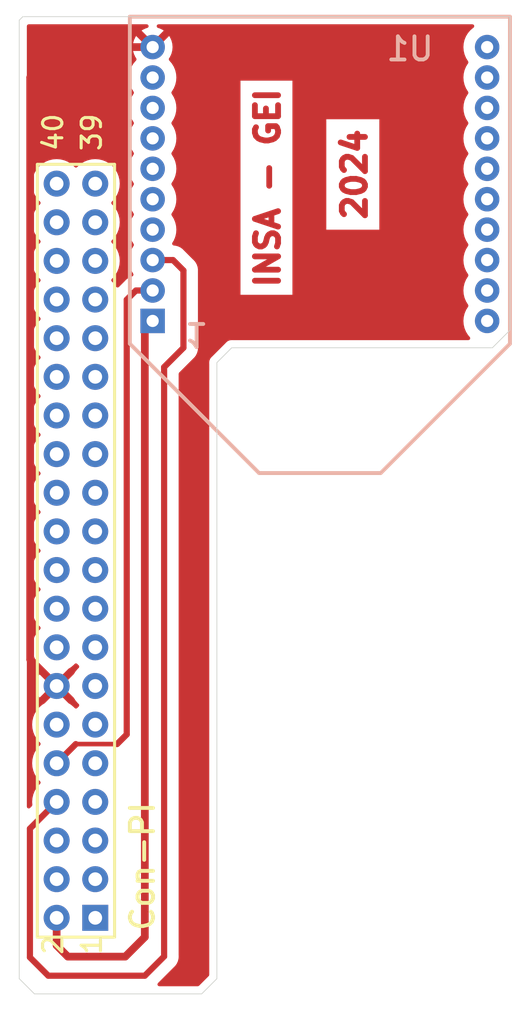
<source format=kicad_pcb>
(kicad_pcb (version 20221018) (generator pcbnew)
  (layers (0 "F.Cu" signal "Top Layer") (31 "B.Cu" signal "Bottom Layer") (34 "B.Paste" user "Bottom Paste") (35 "F.Paste" user "Top Paste") (36 "B.SilkS" user "Bottom Overlay") (37 "F.SilkS" user "Top Overlay") (38 "B.Mask" user "Bottom Solder") (39 "F.Mask" user "Top Solder") (44 "Edge.Cuts" user))
  (net 0 "")
  (net 1 "VCC")
  (net 2 "TXD0")
  (net 3 "RXD0")
  (net 4 "GND")
  (footprint "Miscellaneous Connectors.IntLib:HDR2X20" (layer "F.Cu") (at 137.3636 132.1211 90)
    (fp_text reference "Con-PI" (at -1 4 90 unlocked) (layer "F.SilkS") (effects (font (size 1.524 1.524) (thickness 0.254)) (justify left bottom)))
    (fp_text value "Header 20X2" hide)
    (fp_text user "1" (at -2.54 0.508 90 unlocked) (layer "F.SilkS") (effects (font (size 1.27 1.27) (thickness 0.2032)) (justify left bottom)))
    (fp_text user "39" (at 50.292 0.508 90 unlocked) (layer "F.SilkS") (effects (font (size 1.27 1.27) (thickness 0.2032)) (justify left bottom)))
    (fp_text user "2" (at -2.54 -2.032 90 unlocked) (layer "F.SilkS") (effects (font (size 1.27 1.27) (thickness 0.2032)) (justify left bottom)))
    (fp_text user "40" (at 50.292 -2.032 90 unlocked) (layer "F.SilkS") (effects (font (size 1.27 1.27) (thickness 0.2032)) (justify left bottom)))
    (fp_line (start -1.27 -3.81) (end -1.27 1.27) (stroke (width 0.2)) (layer "F.SilkS"))
    (fp_line (start -1.27 -3.81) (end 49.53 -3.81) (stroke (width 0.2)) (layer "F.SilkS"))
    (fp_line (start -1.27 1.27) (end 49.53 1.27) (stroke (width 0.2)) (layer "F.SilkS"))
    (fp_line (start 49.53 -3.81) (end 49.53 1.27) (stroke (width 0.2)) (layer "F.SilkS"))
    (pad "1" thru_hole rect (at 0 0 90) (size 1.71 1.71) (drill 0.9) (layers "*.Cu" "*.Mask"))
    (pad "2" thru_hole circle (at 0 -2.54 90) (size 1.71 1.71) (drill 0.9) (layers "*.Cu" "*.Mask") (net 1 "VCC"))
    (pad "3" thru_hole circle (at 2.54 0 90) (size 1.71 1.71) (drill 0.9) (layers "*.Cu" "*.Mask"))
    (pad "4" thru_hole circle (at 2.54 -2.54 90) (size 1.71 1.71) (drill 0.9) (layers "*.Cu" "*.Mask"))
    (pad "5" thru_hole circle (at 5.08 0 90) (size 1.71 1.71) (drill 0.9) (layers "*.Cu" "*.Mask"))
    (pad "6" thru_hole circle (at 5.08 -2.54 90) (size 1.71 1.71) (drill 0.9) (layers "*.Cu" "*.Mask"))
    (pad "7" thru_hole circle (at 7.62 0 90) (size 1.71 1.71) (drill 0.9) (layers "*.Cu" "*.Mask"))
    (pad "8" thru_hole circle (at 7.62 -2.54 90) (size 1.71 1.71) (drill 0.9) (layers "*.Cu" "*.Mask") (net 2 "TXD0"))
    (pad "9" thru_hole circle (at 10.16 0 90) (size 1.71 1.71) (drill 0.9) (layers "*.Cu" "*.Mask"))
    (pad "10" thru_hole circle (at 10.16 -2.54 90) (size 1.71 1.71) (drill 0.9) (layers "*.Cu" "*.Mask") (net 3 "RXD0"))
    (pad "11" thru_hole circle (at 12.7 0 90) (size 1.71 1.71) (drill 0.9) (layers "*.Cu" "*.Mask"))
    (pad "12" thru_hole circle (at 12.7 -2.54 90) (size 1.71 1.71) (drill 0.9) (layers "*.Cu" "*.Mask"))
    (pad "13" thru_hole circle (at 15.24 0 90) (size 1.71 1.71) (drill 0.9) (layers "*.Cu" "*.Mask"))
    (pad "14" thru_hole circle (at 15.24 -2.54 90) (size 1.71 1.71) (drill 0.9) (layers "*.Cu" "*.Mask") (net 4 "GND"))
    (pad "15" thru_hole circle (at 17.78 0 90) (size 1.71 1.71) (drill 0.9) (layers "*.Cu" "*.Mask"))
    (pad "16" thru_hole circle (at 17.78 -2.54 90) (size 1.71 1.71) (drill 0.9) (layers "*.Cu" "*.Mask"))
    (pad "17" thru_hole circle (at 20.32 0 90) (size 1.71 1.71) (drill 0.9) (layers "*.Cu" "*.Mask"))
    (pad "18" thru_hole circle (at 20.32 -2.54 90) (size 1.71 1.71) (drill 0.9) (layers "*.Cu" "*.Mask"))
    (pad "19" thru_hole circle (at 22.86 0 90) (size 1.71 1.71) (drill 0.9) (layers "*.Cu" "*.Mask"))
    (pad "20" thru_hole circle (at 22.86 -2.54 90) (size 1.71 1.71) (drill 0.9) (layers "*.Cu" "*.Mask"))
    (pad "21" thru_hole circle (at 25.4 0 90) (size 1.71 1.71) (drill 0.9) (layers "*.Cu" "*.Mask"))
    (pad "22" thru_hole circle (at 25.4 -2.54 90) (size 1.71 1.71) (drill 0.9) (layers "*.Cu" "*.Mask"))
    (pad "23" thru_hole circle (at 27.94 0 90) (size 1.71 1.71) (drill 0.9) (layers "*.Cu" "*.Mask"))
    (pad "24" thru_hole circle (at 27.94 -2.54 90) (size 1.71 1.71) (drill 0.9) (layers "*.Cu" "*.Mask"))
    (pad "25" thru_hole circle (at 30.48 0 90) (size 1.71 1.71) (drill 0.9) (layers "*.Cu" "*.Mask"))
    (pad "26" thru_hole circle (at 30.48 -2.54 90) (size 1.71 1.71) (drill 0.9) (layers "*.Cu" "*.Mask"))
    (pad "27" thru_hole circle (at 33.02 0 90) (size 1.71 1.71) (drill 0.9) (layers "*.Cu" "*.Mask"))
    (pad "28" thru_hole circle (at 33.02 -2.54 90) (size 1.71 1.71) (drill 0.9) (layers "*.Cu" "*.Mask"))
    (pad "29" thru_hole circle (at 35.56 0 90) (size 1.71 1.71) (drill 0.9) (layers "*.Cu" "*.Mask"))
    (pad "30" thru_hole circle (at 35.56 -2.54 90) (size 1.71 1.71) (drill 0.9) (layers "*.Cu" "*.Mask"))
    (pad "31" thru_hole circle (at 38.1 0 90) (size 1.71 1.71) (drill 0.9) (layers "*.Cu" "*.Mask"))
    (pad "32" thru_hole circle (at 38.1 -2.54 90) (size 1.71 1.71) (drill 0.9) (layers "*.Cu" "*.Mask"))
    (pad "33" thru_hole circle (at 40.64 0 90) (size 1.71 1.71) (drill 0.9) (layers "*.Cu" "*.Mask"))
    (pad "34" thru_hole circle (at 40.64 -2.54 90) (size 1.71 1.71) (drill 0.9) (layers "*.Cu" "*.Mask"))
    (pad "35" thru_hole circle (at 43.18 0 90) (size 1.71 1.71) (drill 0.9) (layers "*.Cu" "*.Mask"))
    (pad "36" thru_hole circle (at 43.18 -2.54 90) (size 1.71 1.71) (drill 0.9) (layers "*.Cu" "*.Mask"))
    (pad "37" thru_hole circle (at 45.72 0 90) (size 1.71 1.71) (drill 0.9) (layers "*.Cu" "*.Mask"))
    (pad "38" thru_hole circle (at 45.72 -2.54 90) (size 1.71 1.71) (drill 0.9) (layers "*.Cu" "*.Mask"))
    (pad "39" thru_hole circle (at 48.26 0 90) (size 1.71 1.71) (drill 0.9) (layers "*.Cu" "*.Mask"))
    (pad "40" thru_hole circle (at 48.26 -2.54 90) (size 1.71 1.71) (drill 0.9) (layers "*.Cu" "*.Mask"))
  )
  (footprint "INSA.IntLib:XBee" (layer "B.Cu") (at 152.1386 82.8861)
    (fp_text reference "U1" (at 7.62 -6.985 unlocked) (layer "B.SilkS") (effects (font (size 1.524 1.524) (thickness 0.254)) (justify left bottom mirror)))
    (fp_text value "XBee" hide)
    (fp_text user "1" (at -9 10 180 unlocked) (layer "B.SilkS") (effects (font (size 1.524 1.524) (thickness 0.254)) (justify left bottom mirror)))
    (fp_line (start -12.5 -10) (end 12.5 -10) (stroke (width 0.254)) (layer "B.SilkS"))
    (fp_line (start -12.5 11.5) (end -12.5 -10) (stroke (width 0.254)) (layer "B.SilkS"))
    (fp_line (start -12.5 11.5) (end -4 20) (stroke (width 0.254)) (layer "B.SilkS"))
    (fp_line (start -4 20) (end 4 20) (stroke (width 0.254)) (layer "B.SilkS"))
    (fp_line (start 4 20) (end 12.5 11.5) (stroke (width 0.254)) (layer "B.SilkS"))
    (fp_line (start 12.5 11.5) (end 12.5 -10) (stroke (width 0.254)) (layer "B.SilkS"))
    (pad "1" thru_hole rect locked (at -11 10) (size 1.61 1.61) (drill 0.8) (layers "*.Cu" "*.Mask") (net 1 "VCC"))
    (pad "2" thru_hole circle locked (at -11 8) (size 1.61 1.61) (drill 0.8) (layers "*.Cu" "*.Mask") (net 3 "RXD0"))
    (pad "3" thru_hole circle locked (at -11 6) (size 1.61 1.61) (drill 0.8) (layers "*.Cu" "*.Mask") (net 2 "TXD0"))
    (pad "4" thru_hole circle locked (at -11 4) (size 1.61 1.61) (drill 0.8) (layers "*.Cu" "*.Mask"))
    (pad "5" thru_hole circle locked (at -11 2) (size 1.61 1.61) (drill 0.8) (layers "*.Cu" "*.Mask"))
    (pad "6" thru_hole circle locked (at -11 0) (size 1.61 1.61) (drill 0.8) (layers "*.Cu" "*.Mask"))
    (pad "7" thru_hole circle locked (at -11 -2) (size 1.61 1.61) (drill 0.8) (layers "*.Cu" "*.Mask"))
    (pad "8" thru_hole circle locked (at -11 -4) (size 1.61 1.61) (drill 0.8) (layers "*.Cu" "*.Mask"))
    (pad "9" thru_hole circle locked (at -11 -6) (size 1.61 1.61) (drill 0.8) (layers "*.Cu" "*.Mask"))
    (pad "10" thru_hole circle locked (at -11 -8) (size 1.61 1.61) (drill 0.8) (layers "*.Cu" "*.Mask") (net 4 "GND"))
    (pad "11" thru_hole circle locked (at 11 -8) (size 1.61 1.61) (drill 0.8) (layers "*.Cu" "*.Mask"))
    (pad "12" thru_hole circle locked (at 11 -6) (size 1.61 1.61) (drill 0.8) (layers "*.Cu" "*.Mask"))
    (pad "13" thru_hole circle locked (at 11 -4) (size 1.61 1.61) (drill 0.8) (layers "*.Cu" "*.Mask"))
    (pad "14" thru_hole circle locked (at 11 -2) (size 1.61 1.61) (drill 0.8) (layers "*.Cu" "*.Mask"))
    (pad "15" thru_hole circle locked (at 11 0) (size 1.61 1.61) (drill 0.8) (layers "*.Cu" "*.Mask"))
    (pad "16" thru_hole circle locked (at 11 2) (size 1.61 1.61) (drill 0.8) (layers "*.Cu" "*.Mask"))
    (pad "17" thru_hole circle locked (at 11 4) (size 1.61 1.61) (drill 0.8) (layers "*.Cu" "*.Mask"))
    (pad "18" thru_hole circle locked (at 11 6) (size 1.61 1.61) (drill 0.8) (layers "*.Cu" "*.Mask"))
    (pad "19" thru_hole circle locked (at 11 8) (size 1.61 1.61) (drill 0.8) (layers "*.Cu" "*.Mask"))
    (pad "20" thru_hole circle locked (at 11 10) (size 1.61 1.61) (drill 0.8) (layers "*.Cu" "*.Mask"))
  )
  (gr_line (start 132.3636 136.1211) (end 132.3636 73.1211) (stroke (width 0.05)) (layer "Edge.Cuts"))
  (gr_line (start 132.3636 73.1211) (end 132.59859 72.8861) (stroke (width 0.05)) (layer "Edge.Cuts"))
  (gr_line (start 145.3636 95.6261) (end 145.3636 136.1211) (stroke (width 0.05)) (layer "Edge.Cuts"))
  (gr_line (start 133.3636 137.1211) (end 132.3636 136.1211) (stroke (width 0.05)) (layer "Edge.Cuts"))
  (gr_line (start 164.6386 93.4961) (end 163.4836 94.6511) (stroke (width 0.05)) (layer "Edge.Cuts"))
  (gr_line (start 145.3636 136.1211) (end 144.3636 137.1211) (stroke (width 0.05)) (layer "Edge.Cuts"))
  (gr_line (start 132.59859 72.8861) (end 164.6386 72.8861) (stroke (width 0.05)) (layer "Edge.Cuts"))
  (gr_line (start 163.4836 94.6511) (end 146.3386 94.6511) (stroke (width 0.05)) (layer "Edge.Cuts"))
  (gr_line (start 164.6386 72.8861) (end 164.6386 93.4961) (stroke (width 0.05)) (layer "Edge.Cuts"))
  (gr_line (start 146.3386 94.6511) (end 145.3636 95.6261) (stroke (width 0.05)) (layer "Edge.Cuts"))
  (gr_line (start 144.3636 137.1211) (end 133.3636 137.1211) (stroke (width 0.05)) (layer "Edge.Cuts"))
  (gr_text "INSA - GEI " (at 149.5936 90.8561 90) (layer "F.Cu") (effects (font (size 1.524 1.524) (thickness 0.4064)) (justify left bottom)))
  (gr_text "2024" (at 155.3086 86.4111 90) (layer "F.Cu") (effects (font (size 1.524 1.524) (thickness 0.381)) (justify left bottom)))
  (segment (start 134.8236 133.9361) (end 135.5586 134.6711) (width 0.508) (layer "F.Cu") (net 1))
  (segment (start 135.5586 134.6711) (end 139.3386 134.6711) (width 0.508) (layer "F.Cu") (net 1))
  (segment (start 140.6236 93.4011) (end 141.1386 92.8861) (width 0.508) (layer "F.Cu") (net 1))
  (segment (start 134.8236 132.1211) (end 134.8236 133.9361) (width 0.508) (layer "F.Cu") (net 1))
  (segment (start 140.6236 133.3861) (end 140.6236 93.4011) (width 0.508) (layer "F.Cu") (net 1))
  (segment (start 139.3386 134.6711) (end 140.6236 133.3861) (width 0.508) (layer "F.Cu") (net 1))
  (segment (start 134.2736 135.9261) (end 133.0668 134.7193) (width 0.4064) (layer "F.Cu") (net 2))
  (segment (start 141.8936 95.9211) (end 141.8936 134.6561) (width 0.4064) (layer "F.Cu") (net 2))
  (segment (start 133.0668 126.2579) (end 134.8236 124.5011) (width 0.4064) (layer "F.Cu") (net 2))
  (segment (start 141.1386 88.8861) (end 142.4786 88.8861) (width 0.4064) (layer "F.Cu") (net 2))
  (segment (start 143.1636 89.5711) (end 143.1636 94.6511) (width 0.4064) (layer "F.Cu") (net 2))
  (segment (start 140.6236 135.9261) (end 134.2736 135.9261) (width 0.4064) (layer "F.Cu") (net 2))
  (segment (start 143.1636 94.6511) (end 141.8936 95.9211) (width 0.4064) (layer "F.Cu") (net 2))
  (segment (start 142.4786 88.8861) (end 143.1636 89.5711) (width 0.4064) (layer "F.Cu") (net 2))
  (segment (start 141.8936 134.6561) (end 140.6236 135.9261) (width 0.4064) (layer "F.Cu") (net 2))
  (segment (start 133.0668 134.7193) (end 133.0668 126.2579) (width 0.4064) (layer "F.Cu") (net 2))
  (segment (start 139.4336 91.4911) (end 140.0386 90.8861) (width 0.4064) (layer "F.Cu") (net 3))
  (segment (start 139.4336 120.0661) (end 139.4336 91.4911) (width 0.4064) (layer "F.Cu") (net 3))
  (segment (start 137.88609 120.6997) (end 137.88749 120.7011) (width 0.3048) (layer "F.Cu") (net 3))
  (segment (start 137.88749 120.7011) (end 138.7986 120.7011) (width 0.3048) (layer "F.Cu") (net 3))
  (segment (start 134.8236 121.9611) (end 136.0836 120.7011) (width 0.4064) (layer "F.Cu") (net 3))
  (segment (start 136.0836 120.7011) (end 136.085 120.6997) (width 0.3048) (layer "F.Cu") (net 3))
  (segment (start 136.085 120.6997) (end 137.88609 120.6997) (width 0.3048) (layer "F.Cu") (net 3))
  (segment (start 140.0386 90.8861) (end 141.1386 90.8861) (width 0.4064) (layer "F.Cu") (net 3))
  (segment (start 138.7986 120.7011) (end 139.4336 120.0661) (width 0.4064) (layer "F.Cu") (net 3))
  (segment (start 133.0836 115.1411) (end 133.0836 76.8861) (width 0.508) (layer "F.Cu") (net 4))
  (segment (start 133.0836 76.8861) (end 135.0836 74.8861) (width 0.508) (layer "F.Cu") (net 4))
  (segment (start 135.0836 74.8861) (end 141.1386 74.8861) (width 0.508) (layer "F.Cu") (net 4))
  (segment (start 133.0836 115.1411) (end 134.8236 116.8811) (width 0.508) (layer "F.Cu") (net 4))
  (zone (net 4) (net_name "GND") (layer "F.Cu") (connect_pads (clearance 0.75)) (min_thickness 0.25) (fill yes (thermal_gap 0.5) (thermal_bridge_width 0.5) (smoothing fillet))
    (polygon (pts (xy 131.0986 71.7911) (xy 166.0236 71.7911) (xy 166.0236 139.1011) (xy 131.0986 139.1011)))
  )
)
</source>
